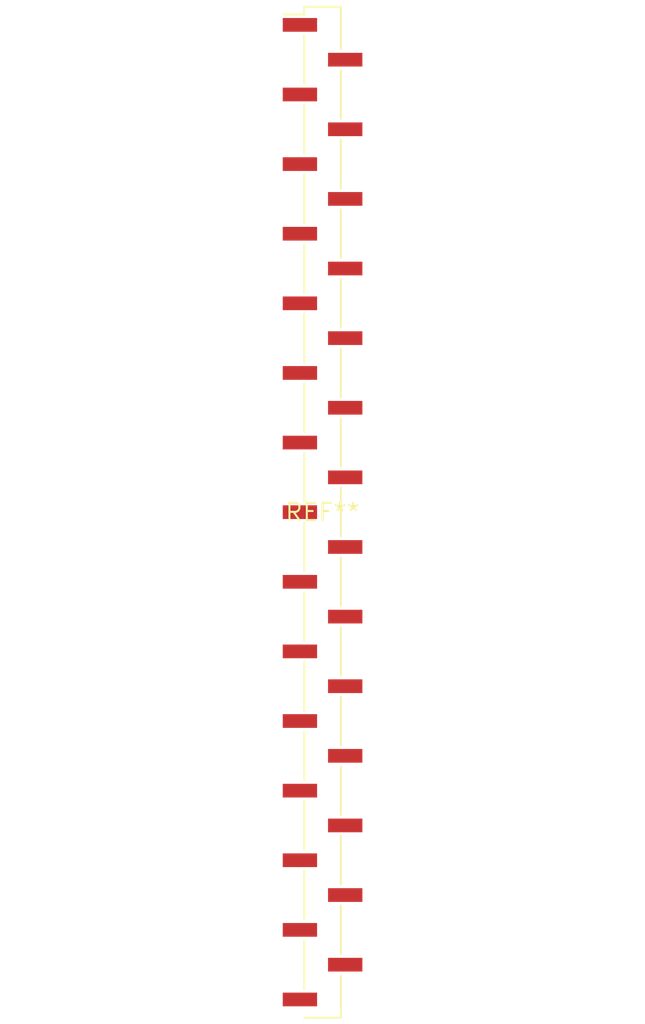
<source format=kicad_pcb>
(kicad_pcb (version 20240108) (generator pcbnew)
  (layers (0 "F.Cu" signal) (31 "B.Cu" signal) (34 "B.Paste" user) (35 "F.Paste" user) (36 "B.SilkS" user "B.Silkscreen") (37 "F.SilkS" user "F.Silkscreen") (38 "B.Mask" user) (39 "F.Mask" user) (44 "Edge.Cuts" user))
  (net 0 "")
  (footprint "PinHeader_1x29_P2.54mm_Vertical_SMD_Pin1Left" (layer "F.Cu") (at 0 0)
    (property "Reference" "REF**")
    (property "Value" "PinHeader_1x29_P2.54mm_Vertical_SMD_Pin1Left")
    (fp_line (start -1.33 -36.89) (end -1.33 -36.32) (layer "F.SilkS") (stroke (width 0.12)))
    (fp_line (start -1.33 -36.89) (end 1.33 -36.89) (layer "F.SilkS") (stroke (width 0.12)))
    (fp_line (start -1.33 -36.32) (end -2.85 -36.32) (layer "F.SilkS") (stroke (width 0.12)))
    (fp_line (start -1.33 -34.8) (end -1.33 -31.24) (layer "F.SilkS") (stroke (width 0.12)))
    (fp_line (start -1.33 -29.72) (end -1.33 -26.16) (layer "F.SilkS") (stroke (width 0.12)))
    (fp_line (start -1.33 -24.64) (end -1.33 -21.08) (layer "F.SilkS") (stroke (width 0.12)))
    (fp_line (start -1.33 -19.56) (end -1.33 -16) (layer "F.SilkS") (stroke (width 0.12)))
    (fp_line (start -1.33 -14.48) (end -1.33 -10.92) (layer "F.SilkS") (stroke (width 0.12)))
    (fp_line (start -1.33 -9.4) (end -1.33 -5.84) (layer "F.SilkS") (stroke (width 0.12)))
    (fp_line (start -1.33 -4.32) (end -1.33 -0.76) (layer "F.SilkS") (stroke (width 0.12)))
    (fp_line (start -1.33 0.76) (end -1.33 4.32) (layer "F.SilkS") (stroke (width 0.12)))
    (fp_line (start -1.33 5.84) (end -1.33 9.4) (layer "F.SilkS") (stroke (width 0.12)))
    (fp_line (start -1.33 10.92) (end -1.33 14.48) (layer "F.SilkS") (stroke (width 0.12)))
    (fp_line (start -1.33 16) (end -1.33 19.56) (layer "F.SilkS") (stroke (width 0.12)))
    (fp_line (start -1.33 21.08) (end -1.33 24.64) (layer "F.SilkS") (stroke (width 0.12)))
    (fp_line (start -1.33 26.16) (end -1.33 29.72) (layer "F.SilkS") (stroke (width 0.12)))
    (fp_line (start -1.33 31.24) (end -1.33 34.8) (layer "F.SilkS") (stroke (width 0.12)))
    (fp_line (start -1.33 36.89) (end 1.33 36.89) (layer "F.SilkS") (stroke (width 0.12)))
    (fp_line (start 1.33 -36.89) (end 1.33 -33.78) (layer "F.SilkS") (stroke (width 0.12)))
    (fp_line (start 1.33 -32.26) (end 1.33 -28.7) (layer "F.SilkS") (stroke (width 0.12)))
    (fp_line (start 1.33 -27.18) (end 1.33 -23.62) (layer "F.SilkS") (stroke (width 0.12)))
    (fp_line (start 1.33 -22.1) (end 1.33 -18.54) (layer "F.SilkS") (stroke (width 0.12)))
    (fp_line (start 1.33 -17.02) (end 1.33 -13.46) (layer "F.SilkS") (stroke (width 0.12)))
    (fp_line (start 1.33 -11.94) (end 1.33 -8.38) (layer "F.SilkS") (stroke (width 0.12)))
    (fp_line (start 1.33 -6.86) (end 1.33 -3.3) (layer "F.SilkS") (stroke (width 0.12)))
    (fp_line (start 1.33 -1.78) (end 1.33 1.78) (layer "F.SilkS") (stroke (width 0.12)))
    (fp_line (start 1.33 3.3) (end 1.33 6.86) (layer "F.SilkS") (stroke (width 0.12)))
    (fp_line (start 1.33 8.38) (end 1.33 11.94) (layer "F.SilkS") (stroke (width 0.12)))
    (fp_line (start 1.33 13.46) (end 1.33 17.02) (layer "F.SilkS") (stroke (width 0.12)))
    (fp_line (start 1.33 18.54) (end 1.33 22.1) (layer "F.SilkS") (stroke (width 0.12)))
    (fp_line (start 1.33 23.62) (end 1.33 27.18) (layer "F.SilkS") (stroke (width 0.12)))
    (fp_line (start 1.33 28.7) (end 1.33 32.26) (layer "F.SilkS") (stroke (width 0.12)))
    (fp_line (start 1.33 33.78) (end 1.33 36.89) (layer "F.SilkS") (stroke (width 0.12)))
    (fp_line (start 1.33 36.32) (end 1.33 36.89) (layer "F.SilkS") (stroke (width 0.12)))
    (pad "1" smd rect (at -1.655 -35.56) (size 2.51 1) (layers "F.Cu" "F.Paste" "F.Mask"))
    (pad "2" smd rect (at 1.655 -33.02) (size 2.51 1) (layers "F.Cu" "F.Paste" "F.Mask"))
    (pad "3" smd rect (at -1.655 -30.48) (size 2.51 1) (layers "F.Cu" "F.Paste" "F.Mask"))
    (pad "4" smd rect (at 1.655 -27.94) (size 2.51 1) (layers "F.Cu" "F.Paste" "F.Mask"))
    (pad "5" smd rect (at -1.655 -25.4) (size 2.51 1) (layers "F.Cu" "F.Paste" "F.Mask"))
    (pad "6" smd rect (at 1.655 -22.86) (size 2.51 1) (layers "F.Cu" "F.Paste" "F.Mask"))
    (pad "7" smd rect (at -1.655 -20.32) (size 2.51 1) (layers "F.Cu" "F.Paste" "F.Mask"))
    (pad "8" smd rect (at 1.655 -17.78) (size 2.51 1) (layers "F.Cu" "F.Paste" "F.Mask"))
    (pad "9" smd rect (at -1.655 -15.24) (size 2.51 1) (layers "F.Cu" "F.Paste" "F.Mask"))
    (pad "10" smd rect (at 1.655 -12.7) (size 2.51 1) (layers "F.Cu" "F.Paste" "F.Mask"))
    (pad "11" smd rect (at -1.655 -10.16) (size 2.51 1) (layers "F.Cu" "F.Paste" "F.Mask"))
    (pad "12" smd rect (at 1.655 -7.62) (size 2.51 1) (layers "F.Cu" "F.Paste" "F.Mask"))
    (pad "13" smd rect (at -1.655 -5.08) (size 2.51 1) (layers "F.Cu" "F.Paste" "F.Mask"))
    (pad "14" smd rect (at 1.655 -2.54) (size 2.51 1) (layers "F.Cu" "F.Paste" "F.Mask"))
    (pad "15" smd rect (at -1.655 0) (size 2.51 1) (layers "F.Cu" "F.Paste" "F.Mask"))
    (pad "16" smd rect (at 1.655 2.54) (size 2.51 1) (layers "F.Cu" "F.Paste" "F.Mask"))
    (pad "17" smd rect (at -1.655 5.08) (size 2.51 1) (layers "F.Cu" "F.Paste" "F.Mask"))
    (pad "18" smd rect (at 1.655 7.62) (size 2.51 1) (layers "F.Cu" "F.Paste" "F.Mask"))
    (pad "19" smd rect (at -1.655 10.16) (size 2.51 1) (layers "F.Cu" "F.Paste" "F.Mask"))
    (pad "20" smd rect (at 1.655 12.7) (size 2.51 1) (layers "F.Cu" "F.Paste" "F.Mask"))
    (pad "21" smd rect (at -1.655 15.24) (size 2.51 1) (layers "F.Cu" "F.Paste" "F.Mask"))
    (pad "22" smd rect (at 1.655 17.78) (size 2.51 1) (layers "F.Cu" "F.Paste" "F.Mask"))
    (pad "23" smd rect (at -1.655 20.32) (size 2.51 1) (layers "F.Cu" "F.Paste" "F.Mask"))
    (pad "24" smd rect (at 1.655 22.86) (size 2.51 1) (layers "F.Cu" "F.Paste" "F.Mask"))
    (pad "25" smd rect (at -1.655 25.4) (size 2.51 1) (layers "F.Cu" "F.Paste" "F.Mask"))
    (pad "26" smd rect (at 1.655 27.94) (size 2.51 1) (layers "F.Cu" "F.Paste" "F.Mask"))
    (pad "27" smd rect (at -1.655 30.48) (size 2.51 1) (layers "F.Cu" "F.Paste" "F.Mask"))
    (pad "28" smd rect (at 1.655 33.02) (size 2.51 1) (layers "F.Cu" "F.Paste" "F.Mask"))
    (pad "29" smd rect (at -1.655 35.56) (size 2.51 1) (layers "F.Cu" "F.Paste" "F.Mask"))
  )
)
</source>
